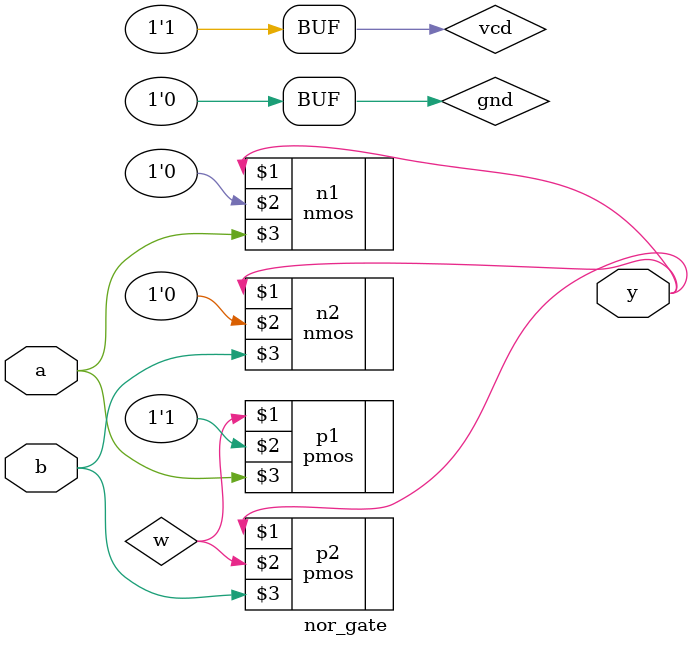
<source format=v>
module nor_gate(
input a,b,
output y);
supply1 vcd;
supply0 gnd;
wire w;
pmos p1(w,vcd,a);
pmos p2(y,w,b);
nmos n1(y,gnd,a);
nmos n2(y,gnd,b);
endmodule

</source>
